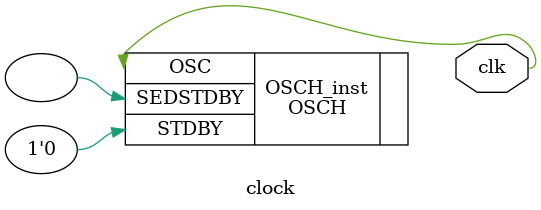
<source format=v>

module clock (clk);
   output wire clk;
   // Instantiate the internal oscillator.
   defparam OSCH_inst.NOM_FREQ = "53.20";
   OSCH OSCH_inst
     ( 
       .STDBY(1'b0), 		// 0=Enabled, 1=Disabled also Disabled with Bandgap=OFF.
       .OSC(clk),		// Connect the clock to the osc_clk wire.
       .SEDSTDBY()     		// this signal is not required if not using SED.
       );
endmodule
</source>
